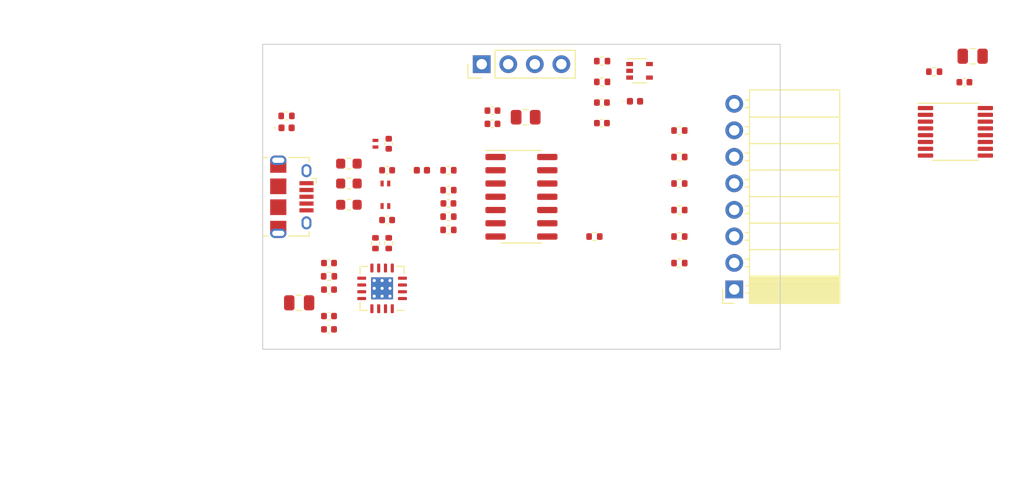
<source format=kicad_pcb>
(kicad_pcb (version 20221018) (generator pcbnew)
  (layers (0 "F.Cu" signal) (31 "B.Cu" signal) (34 "B.Paste" user) (35 "F.Paste" user) (36 "B.SilkS" user "B.Silkscreen") (37 "F.SilkS" user "F.Silkscreen") (38 "B.Mask" user) (39 "F.Mask" user) (44 "Edge.Cuts" user))
  (net 0 "")
  (net 1 "Net-(U301-VDD)")
  (net 2 "GND")
  (net 3 "/BLOCK DIAGRAM/MCU/PIC_~{MCLR}")
  (net 4 "/BLOCK DIAGRAM/LDO +3V0DC/+3VDC")
  (net 5 "/BLOCK DIAGRAM/FT230X_DRIVER/FT230X_3V3OUT")
  (net 6 "/BLOCK DIAGRAM/LDO +3V0DC/+5VDC")
  (net 7 "/BLOCK DIAGRAM/FT230X_DRIVER/FT230X_RESET#")
  (net 8 "/BLOCK DIAGRAM/FT230X_DRIVER/USBDP")
  (net 9 "/BLOCK DIAGRAM/FT230X_DRIVER/USBDM")
  (net 10 "Net-(J601-VBUS)")
  (net 11 "/BLOCK DIAGRAM/USB/D+")
  (net 12 "/BLOCK DIAGRAM/USB/D-")
  (net 13 "/BLOCK DIAGRAM/MCU/PIC_ICSPDAT")
  (net 14 "/BLOCK DIAGRAM/MCU/PIC_ICSPCLK")
  (net 15 "/BLOCK DIAGRAM/OUTPUT/SPI_CS")
  (net 16 "/BLOCK DIAGRAM/OUTPUT/SPI_MISO")
  (net 17 "/BLOCK DIAGRAM/OUTPUT/SPI_MOSI")
  (net 18 "/BLOCK DIAGRAM/OUTPUT/SPI_SCK")
  (net 19 "/BLOCK DIAGRAM/OUTPUT/EEPROM_~{WP}")
  (net 20 "/BLOCK DIAGRAM/OUTPUT/MCU_~{MCLR}")
  (net 22 "Earth")
  (net 23 "Net-(LED301-Pad2)")
  (net 24 "Net-(LED601-Pad2)")
  (net 25 "Net-(LED701-Pad2)")
  (net 26 "/BLOCK DIAGRAM/MCU/IND_LED")
  (net 27 "/BLOCK DIAGRAM/MCU/SPI_MISO")
  (net 28 "Net-(U301-RC1)")
  (net 29 "Net-(U401-Y1)")
  (net 30 "/BLOCK DIAGRAM/OUTPUT/SN74HCS365_A3")
  (net 31 "Net-(U401-Y2)")
  (net 32 "Net-(U401-Y4)")
  (net 33 "Net-(U401-Y5)")
  (net 34 "Net-(U401-Y6)")
  (net 35 "/BLOCK DIAGRAM/FT230X_DRIVER/FT230X_USBDM")
  (net 36 "/BLOCK DIAGRAM/FT230X_DRIVER/FT230X_USBDP")
  (net 37 "Net-(U501-TXD)")
  (net 38 "/BLOCK DIAGRAM/FT230X_DRIVER/UART_TX")
  (net 39 "Net-(U501-RXD)")
  (net 40 "/BLOCK DIAGRAM/FT230X_DRIVER/UART_RX")
  (net 41 "/BLOCK DIAGRAM/LDO +3V0DC/MIC5365_PIN_EN")
  (net 42 "/BLOCK DIAGRAM/MCU/SPI_CS")
  (net 43 "/BLOCK DIAGRAM/MCU/SPI_MOSI")
  (net 44 "/BLOCK DIAGRAM/MCU/SPI_CLK")
  (net 45 "/BLOCK DIAGRAM/MCU/MCU_~{RESET}")
  (footprint "Capacitor_SMD:C_0402_1005Metric" (layer "F.Cu") (at 100.81 135.89)
    (fp_text reference "C507" hide)
    (fp_text value "47pF_50V")
    (fp_line (start -0.107836 -0.36) (end 0.107836 -0.36) (stroke (width 0.12)) (layer "F.SilkS"))
    (fp_line (start -0.107836 0.36) (end 0.107836 0.36) (stroke (width 0.12)) (layer "F.SilkS"))
    (pad "1" smd roundrect (at -0.48 0) (size 0.56 0.62) (layers "F.Cu" "F.Paste" "F.Mask") (net 9 "/BLOCK DIAGRAM/FT230X_DRIVER/USBDM"))
    (pad "2" smd roundrect (at 0.48 0) (size 0.56 0.62) (layers "F.Cu" "F.Paste" "F.Mask") (net 2 "GND"))
  )
  (footprint "Fuse:Fuse_0603_1608Metric" (layer "F.Cu") (at 97.155 135.255)
    (fp_text reference "F601" hide)
    (fp_text value "100mA_15V_0.5R")
    (fp_line (start -0.162779 -0.51) (end 0.162779 -0.51) (stroke (width 0.12)) (layer "F.SilkS"))
    (fp_line (start -0.162779 0.51) (end 0.162779 0.51) (stroke (width 0.12)) (layer "F.SilkS"))
    (pad "1" smd roundrect (at -0.7875 0) (size 0.875 0.95) (layers "F.Cu" "F.Paste" "F.Mask") (net 10 "Net-(J601-VBUS)"))
    (pad "2" smd roundrect (at 0.7875 0) (size 0.875 0.95) (layers "F.Cu" "F.Paste" "F.Mask") (net 6 "/BLOCK DIAGRAM/LDO +3V0DC/+5VDC"))
  )
  (footprint "Capacitor_SMD:C_0402_1005Metric" (layer "F.Cu") (at 121.368 129.405)
    (fp_text reference "C701" hide)
    (fp_text value "1uF_10V_X7R")
    (fp_line (start -0.107836 -0.36) (end 0.107836 -0.36) (stroke (width 0.12)) (layer "F.SilkS"))
    (fp_line (start -0.107836 0.36) (end 0.107836 0.36) (stroke (width 0.12)) (layer "F.SilkS"))
    (pad "1" smd roundrect (at -0.48 0) (size 0.56 0.62) (layers "F.Cu" "F.Paste" "F.Mask") (net 6 "/BLOCK DIAGRAM/LDO +3V0DC/+5VDC"))
    (pad "2" smd roundrect (at 0.48 0) (size 0.56 0.62) (layers "F.Cu" "F.Paste" "F.Mask") (net 2 "GND"))
  )
  (footprint "Package_SO:TSSOP-16_4.4x5mm_P0.65mm" (layer "F.Cu") (at 155.194 132.207)
    (fp_text reference "U401" hide)
    (fp_text value "SN74HCS365PWR")
    (fp_line (start 0 -2.735) (end -3.6 -2.735) (stroke (width 0.12)) (layer "F.SilkS"))
    (fp_line (start 0 -2.735) (end 2.2 -2.735) (stroke (width 0.12)) (layer "F.SilkS"))
    (fp_line (start 0 2.735) (end -2.2 2.735) (stroke (width 0.12)) (layer "F.SilkS"))
    (fp_line (start 0 2.735) (end 2.2 2.735) (stroke (width 0.12)) (layer "F.SilkS"))
    (pad "1" smd roundrect (at -2.8625 -2.275) (size 1.475 0.4) (layers "F.Cu" "F.Paste" "F.Mask") (net 13 "/BLOCK DIAGRAM/MCU/PIC_ICSPDAT"))
    (pad "2" smd roundrect (at -2.8625 -1.625) (size 1.475 0.4) (layers "F.Cu" "F.Paste" "F.Mask") (net 42 "/BLOCK DIAGRAM/MCU/SPI_CS"))
    (pad "3" smd roundrect (at -2.8625 -0.975) (size 1.475 0.4) (layers "F.Cu" "F.Paste" "F.Mask") (net 29 "Net-(U401-Y1)"))
    (pad "4" smd roundrect (at -2.8625 -0.325) (size 1.475 0.4) (layers "F.Cu" "F.Paste" "F.Mask") (net 43 "/BLOCK DIAGRAM/MCU/SPI_MOSI"))
    (pad "5" smd roundrect (at -2.8625 0.325) (size 1.475 0.4) (layers "F.Cu" "F.Paste" "F.Mask") (net 31 "Net-(U401-Y2)"))
    (pad "6" smd roundrect (at -2.8625 0.975) (size 1.475 0.4) (layers "F.Cu" "F.Paste" "F.Mask") (net 30 "/BLOCK DIAGRAM/OUTPUT/SN74HCS365_A3"))
    (pad "7" smd roundrect (at -2.8625 1.625) (size 1.475 0.4) (layers "F.Cu" "F.Paste" "F.Mask") (net 27 "/BLOCK DIAGRAM/MCU/SPI_MISO"))
    (pad "8" smd roundrect (at -2.8625 2.275) (size 1.475 0.4) (layers "F.Cu" "F.Paste" "F.Mask") (net 2 "GND"))
    (pad "9" smd roundrect (at 2.8625 2.275) (size 1.475 0.4) (layers "F.Cu" "F.Paste" "F.Mask") (net 32 "Net-(U401-Y4)"))
    (pad "10" smd roundrect (at 2.8625 1.625) (size 1.475 0.4) (layers "F.Cu" "F.Paste" "F.Mask") (net 44 "/BLOCK DIAGRAM/MCU/SPI_CLK"))
    (pad "11" smd roundrect (at 2.8625 0.975) (size 1.475 0.4) (layers "F.Cu" "F.Paste" "F.Mask") (net 33 "Net-(U401-Y5)"))
    (pad "12" smd roundrect (at 2.8625 0.325) (size 1.475 0.4) (layers "F.Cu" "F.Paste" "F.Mask") (net 14 "/BLOCK DIAGRAM/MCU/PIC_ICSPCLK"))
    (pad "13" smd roundrect (at 2.8625 -0.325) (size 1.475 0.4) (layers "F.Cu" "F.Paste" "F.Mask") (net 34 "Net-(U401-Y6)"))
    (pad "14" smd roundrect (at 2.8625 -0.975) (size 1.475 0.4) (layers "F.Cu" "F.Paste" "F.Mask") (net 45 "/BLOCK DIAGRAM/MCU/MCU_~{RESET}"))
    (pad "15" smd roundrect (at 2.8625 -1.625) (size 1.475 0.4) (layers "F.Cu" "F.Paste" "F.Mask") (net 13 "/BLOCK DIAGRAM/MCU/PIC_ICSPDAT"))
    (pad "16" smd roundrect (at 2.8625 -2.275) (size 1.475 0.4) (layers "F.Cu" "F.Paste" "F.Mask") (net 4 "/BLOCK DIAGRAM/LDO +3V0DC/+3VDC"))
  )
  (footprint "Package_DFN_QFN:QFN-16-1EP_4x4mm_P0.65mm_EP2.1x2.1mm_ThermalVias" (layer "F.Cu") (at 100.33 147.205 180)
    (fp_text reference "U501" hide)
    (fp_text value "FT230XQ-R")
    (fp_line (start -2.11 2.11) (end -2.11 1.385) (stroke (width 0.12)) (layer "F.SilkS"))
    (fp_line (start -1.385 -2.11) (end -2.11 -2.11) (stroke (width 0.12)) (layer "F.SilkS"))
    (fp_line (start -1.385 2.11) (end -2.11 2.11) (stroke (width 0.12)) (layer "F.SilkS"))
    (fp_line (start 1.385 -2.11) (end 2.11 -2.11) (stroke (width 0.12)) (layer "F.SilkS"))
    (fp_line (start 1.385 2.11) (end 2.11 2.11) (stroke (width 0.12)) (layer "F.SilkS"))
    (fp_line (start 2.11 -2.11) (end 2.11 -1.385) (stroke (width 0.12)) (layer "F.SilkS"))
    (fp_line (start 2.11 2.11) (end 2.11 1.385) (stroke (width 0.12)) (layer "F.SilkS"))
    (pad "1" smd roundrect (at -1.95 -0.975 180) (size 0.85 0.3) (layers "F.Cu" "F.Paste" "F.Mask") (net 5 "/BLOCK DIAGRAM/FT230X_DRIVER/FT230X_3V3OUT"))
    (pad "2" smd roundrect (at -1.95 -0.325 180) (size 0.85 0.3) (layers "F.Cu" "F.Paste" "F.Mask") (net 39 "Net-(U501-RXD)"))
    (pad "3" smd roundrect (at -1.95 0.325 180) (size 0.85 0.3) (layers "F.Cu" "F.Paste" "F.Mask") (net 2 "GND"))
    (pad "4" smd roundrect (at -1.95 0.975 180) (size 0.85 0.3) (layers "F.Cu" "F.Paste" "F.Mask"))
    (pad "5" smd roundrect (at -0.975 1.95 180) (size 0.3 0.85) (layers "F.Cu" "F.Paste" "F.Mask"))
    (pad "6" smd roundrect (at -0.325 1.95 180) (size 0.3 0.85) (layers "F.Cu" "F.Paste" "F.Mask") (net 36 "/BLOCK DIAGRAM/FT230X_DRIVER/FT230X_USBDP"))
    (pad "7" smd roundrect (at 0.325 1.95 180) (size 0.3 0.85) (layers "F.Cu" "F.Paste" "F.Mask") (net 35 "/BLOCK DIAGRAM/FT230X_DRIVER/FT230X_USBDM"))
    (pad "8" smd roundrect (at 0.975 1.95 180) (size 0.3 0.85) (layers "F.Cu" "F.Paste" "F.Mask") (net 5 "/BLOCK DIAGRAM/FT230X_DRIVER/FT230X_3V3OUT"))
    (pad "9" smd roundrect (at 1.95 0.975 180) (size 0.85 0.3) (layers "F.Cu" "F.Paste" "F.Mask") (net 7 "/BLOCK DIAGRAM/FT230X_DRIVER/FT230X_RESET#"))
    (pad "10" smd roundrect (at 1.95 0.325 180) (size 0.85 0.3) (layers "F.Cu" "F.Paste" "F.Mask") (net 6 "/BLOCK DIAGRAM/LDO +3V0DC/+5VDC"))
    (pad "11" smd roundrect (at 1.95 -0.325 180) (size 0.85 0.3) (layers "F.Cu" "F.Paste" "F.Mask"))
    (pad "12" smd roundrect (at 1.95 -0.975 180) (size 0.85 0.3) (layers "F.Cu" "F.Paste" "F.Mask"))
    (pad "13" smd roundrect (at 0.975 -1.95 180) (size 0.3 0.85) (layers "F.Cu" "F.Paste" "F.Mask") (net 2 "GND"))
    (pad "14" smd roundrect (at 0.325 -1.95 180) (size 0.3 0.85) (layers "F.Cu" "F.Paste" "F.Mask"))
    (pad "15" smd roundrect (at -0.325 -1.95 180) (size 0.3 0.85) (layers "F.Cu" "F.Paste" "F.Mask") (net 37 "Net-(U501-TXD)"))
    (pad "16" smd roundrect (at -0.975 -1.95 180) (size 0.3 0.85) (layers "F.Cu" "F.Paste" "F.Mask"))
    (pad "17" thru_hole circle (at -0.75 -0.75 180) (size 0.6 0.6) (drill 0.3) (layers "*.Cu") (net 2 "GND"))
    (pad "17" thru_hole circle (at -0.75 0 180) (size 0.6 0.6) (drill 0.3) (layers "*.Cu") (net 2 "GND"))
    (pad "17" thru_hole circle (at -0.75 0.75 180) (size 0.6 0.6) (drill 0.3) (layers "*.Cu") (net 2 "GND"))
    (pad "17" thru_hole circle (at 0 -0.75 180) (size 0.6 0.6) (drill 0.3) (layers "*.Cu") (net 2 "GND"))
    (pad "17" thru_hole circle (at 0 0 180) (size 0.6 0.6) (drill 0.3) (layers "*.Cu") (net 2 "GND"))
    (pad "17" smd rect (at 0 0 180) (size 2.1 2.1) (layers "F.Cu" "F.Mask") (net 2 "GND"))
    (pad "17" smd rect (at 0 0 180) (size 2.1 2.1) (layers "B.Cu") (net 2 "GND"))
    (pad "17" thru_hole circle (at 0 0.75 180) (size 0.6 0.6) (drill 0.3) (layers "*.Cu") (net 2 "GND"))
    (pad "17" thru_hole circle (at 0.75 -0.75 180) (size 0.6 0.6) (drill 0.3) (layers "*.Cu") (net 2 "GND"))
    (pad "17" thru_hole circle (at 0.75 0 180) (size 0.6 0.6) (drill 0.3) (layers "*.Cu") (net 2 "GND"))
    (pad "17" thru_hole circle (at 0.75 0.75 180) (size 0.6 0.6) (drill 0.3) (layers "*.Cu") (net 2 "GND"))
  )
  (footprint "Capacitor_SMD:C_0402_1005Metric" (layer "F.Cu") (at 110.8945 130.175 180)
    (fp_text reference "C302" hide)
    (fp_text value "1uF_10V_X7R")
    (fp_line (start -0.107836 -0.36) (end 0.107836 -0.36) (stroke (width 0.12)) (layer "F.SilkS"))
    (fp_line (start -0.107836 0.36) (end 0.107836 0.36) (stroke (width 0.12)) (layer "F.SilkS"))
    (pad "1" smd roundrect (at -0.48 0 180) (size 0.56 0.62) (layers "F.Cu" "F.Paste" "F.Mask") (net 1 "Net-(U301-VDD)"))
    (pad "2" smd roundrect (at 0.48 0 180) (size 0.56 0.62) (layers "F.Cu" "F.Paste" "F.Mask") (net 2 "GND"))
  )
  (footprint "Resistor_SMD:R_0402_1005Metric" (layer "F.Cu") (at 99.695 142.875 -90)
    (fp_text reference "R502" hide)
    (fp_text value "27R_1/16W_1%")
    (fp_line (start -0.153641 -0.38) (end 0.153641 -0.38) (stroke (width 0.12)) (layer "F.SilkS"))
    (fp_line (start -0.153641 0.38) (end 0.153641 0.38) (stroke (width 0.12)) (layer "F.SilkS"))
    (pad "1" smd roundrect (at -0.51 0 270) (size 0.54 0.64) (layers "F.Cu" "F.Paste" "F.Mask") (net 9 "/BLOCK DIAGRAM/FT230X_DRIVER/USBDM"))
    (pad "2" smd roundrect (at 0.51 0 270) (size 0.54 0.64) (layers "F.Cu" "F.Paste" "F.Mask") (net 35 "/BLOCK DIAGRAM/FT230X_DRIVER/FT230X_USBDM"))
  )
  (footprint "Resistor_SMD:R_0402_1005Metric" (layer "F.Cu") (at 106.68 141.605)
    (fp_text reference "R505" hide)
    (fp_text value "27R_1/16W_1%")
    (fp_line (start -0.153641 -0.38) (end 0.153641 -0.38) (stroke (width 0.12)) (layer "F.SilkS"))
    (fp_line (start -0.153641 0.38) (end 0.153641 0.38) (stroke (width 0.12)) (layer "F.SilkS"))
    (pad "1" smd roundrect (at -0.51 0) (size 0.54 0.64) (layers "F.Cu" "F.Paste" "F.Mask") (net 39 "Net-(U501-RXD)"))
    (pad "2" smd roundrect (at 0.51 0) (size 0.54 0.64) (layers "F.Cu" "F.Paste" "F.Mask") (net 40 "/BLOCK DIAGRAM/FT230X_DRIVER/UART_RX"))
  )
  (footprint "Capacitor_SMD:C_0805_2012Metric" (layer "F.Cu") (at 92.395 148.59 180)
    (fp_text reference "C503" hide)
    (fp_text value "4u7F_16V")
    (fp_line (start -0.261252 -0.735) (end 0.261252 -0.735) (stroke (width 0.12)) (layer "F.SilkS"))
    (fp_line (start -0.261252 0.735) (end 0.261252 0.735) (stroke (width 0.12)) (layer "F.SilkS"))
    (pad "1" smd roundrect (at -0.95 0 180) (size 1 1.45) (layers "F.Cu" "F.Paste" "F.Mask") (net 6 "/BLOCK DIAGRAM/LDO +3V0DC/+5VDC"))
    (pad "2" smd roundrect (at 0.95 0 180) (size 1 1.45) (layers "F.Cu" "F.Paste" "F.Mask") (net 2 "GND"))
  )
  (footprint "Resistor_SMD:R_0402_1005Metric" (layer "F.Cu") (at 106.68 137.795)
    (fp_text reference "R301" hide)
    (fp_text value "10kR_1/16W_1%")
    (fp_line (start -0.153641 -0.38) (end 0.153641 -0.38) (stroke (width 0.12)) (layer "F.SilkS"))
    (fp_line (start -0.153641 0.38) (end 0.153641 0.38) (stroke (width 0.12)) (layer "F.SilkS"))
    (pad "1" smd roundrect (at -0.51 0) (size 0.54 0.64) (layers "F.Cu" "F.Paste" "F.Mask") (net 6 "/BLOCK DIAGRAM/LDO +3V0DC/+5VDC"))
    (pad "2" smd roundrect (at 0.51 0) (size 0.54 0.64) (layers "F.Cu" "F.Paste" "F.Mask") (net 3 "/BLOCK DIAGRAM/MCU/PIC_~{MCLR}"))
  )
  (footprint "Resistor_SMD:R_0805_2012Metric" (layer "F.Cu") (at 114.0695 130.81 180)
    (fp_text reference "R302" hide)
    (fp_text value "1R_1/4W_1%")
    (fp_line (start -0.227064 -0.735) (end 0.227064 -0.735) (stroke (width 0.12)) (layer "F.SilkS"))
    (fp_line (start -0.227064 0.735) (end 0.227064 0.735) (stroke (width 0.12)) (layer "F.SilkS"))
    (pad "1" smd roundrect (at -0.9125 0 180) (size 1.025 1.4) (layers "F.Cu" "F.Paste" "F.Mask") (roundrect_rratio 0.243902) (net 6 "/BLOCK DIAGRAM/LDO +3V0DC/+5VDC"))
    (pad "2" smd roundrect (at 0.9125 0 180) (size 1.025 1.4) (layers "F.Cu" "F.Paste" "F.Mask") (roundrect_rratio 0.243902) (net 1 "Net-(U301-VDD)"))
  )
  (footprint "Resistor_SMD:R_0402_1005Metric" (layer "F.Cu") (at 91.186 130.683)
    (fp_text reference "R601" hide)
    (fp_text value "470R_1/16W_1%")
    (fp_line (start -0.153641 -0.38) (end 0.153641 -0.38) (stroke (width 0.12)) (layer "F.SilkS"))
    (fp_line (start -0.153641 0.38) (end 0.153641 0.38) (stroke (width 0.12)) (layer "F.SilkS"))
    (pad "1" smd roundrect (at -0.51 0) (size 0.54 0.64) (layers "F.Cu" "F.Paste" "F.Mask") (net 6 "/BLOCK DIAGRAM/LDO +3V0DC/+5VDC"))
    (pad "2" smd roundrect (at 0.51 0) (size 0.54 0.64) (layers "F.Cu" "F.Paste" "F.Mask") (net 24 "Net-(LED601-Pad2)"))
  )
  (footprint "Connector_PinHeader_2.54mm:PinHeader_1x04_P2.54mm_Vertical" (layer "F.Cu") (at 109.865 125.73 90)
    (fp_text reference "J301" hide)
    (fp_text value "HDR_4POS_VERT")
    (fp_line (start -1.33 -1.33) (end 0 -1.33) (stroke (width 0.12)) (layer "F.SilkS"))
    (fp_line (start -1.33 0) (end -1.33 -1.33) (stroke (width 0.12)) (layer "F.SilkS"))
    (fp_line (start -1.33 1.27) (end -1.33 8.95) (stroke (width 0.12)) (layer "F.SilkS"))
    (fp_line (start -1.33 1.27) (end 1.33 1.27) (stroke (width 0.12)) (layer "F.SilkS"))
    (fp_line (start -1.33 8.95) (end 1.33 8.95) (stroke (width 0.12)) (layer "F.SilkS"))
    (fp_line (start 1.33 1.27) (end 1.33 8.95) (stroke (width 0.12)) (layer "F.SilkS"))
    (pad "1" thru_hole rect (at 0 0 90) (size 1.7 1.7) (drill 1) (layers "*.Cu" "*.Mask") (net 3 "/BLOCK DIAGRAM/MCU/PIC_~{MCLR}"))
    (pad "2" thru_hole oval (at 0 2.54 90) (size 1.7 1.7) (drill 1) (layers "*.Cu" "*.Mask") (net 2 "GND"))
    (pad "3" thru_hole oval (at 0 5.08 90) (size 1.7 1.7) (drill 1) (layers "*.Cu" "*.Mask") (net 13 "/BLOCK DIAGRAM/MCU/PIC_ICSPDAT"))
    (pad "4" thru_hole oval (at 0 7.62 90) (size 1.7 1.7) (drill 1) (layers "*.Cu" "*.Mask") (net 14 "/BLOCK DIAGRAM/MCU/PIC_ICSPCLK"))
  )
  (footprint "Capacitor_SMD:C_0402_1005Metric" (layer "F.Cu") (at 100.965 133.35 90)
    (fp_text reference "C601" hide)
    (fp_text value "100nF_50V")
    (fp_line (start -0.107836 -0.36) (end 0.107836 -0.36) (stroke (width 0.12)) (layer "F.SilkS"))
    (fp_line (start -0.107836 0.36) (end 0.107836 0.36) (stroke (width 0.12)) (layer "F.SilkS"))
    (pad "1" smd roundrect (at -0.48 0 90) (size 0.56 0.62) (layers "F.Cu" "F.Paste" "F.Mask") (net 6 "/BLOCK DIAGRAM/LDO +3V0DC/+5VDC"))
    (pad "2" smd roundrect (at 0.48 0 90) (size 0.56 0.62) (layers "F.Cu" "F.Paste" "F.Mask") (net 2 "GND"))
  )
  (footprint "LED_SMD:LED_0402_1005Metric" (layer "F.Cu") (at 91.186 131.826)
    (fp_text reference "LED601" hide)
    (fp_text value "RED_2V")
    (fp_circle (center -1.09 0) (end -1.04 0) (stroke (width 0.1)) (fill none) (layer "F.SilkS"))
    (pad "1" smd roundrect (at -0.485 0) (size 0.59 0.64) (layers "F.Cu" "F.Paste" "F.Mask") (net 2 "GND"))
    (pad "2" smd roundrect (at 0.485 0) (size 0.59 0.64) (layers "F.Cu" "F.Paste" "F.Mask") (net 24 "Net-(LED601-Pad2)"))
  )
  (footprint "Capacitor_SMD:C_0402_1005Metric" (layer "F.Cu") (at 95.25 147.32 180)
    (fp_text reference "C505" hide)
    (fp_text value "100nF_50V")
    (fp_line (start -0.107836 -0.36) (end 0.107836 -0.36) (stroke (width 0.12)) (layer "F.SilkS"))
    (fp_line (start -0.107836 0.36) (end 0.107836 0.36) (stroke (width 0.12)) (layer "F.SilkS"))
    (pad "1" smd roundrect (at -0.48 0 180) (size 0.56 0.62) (layers "F.Cu" "F.Paste" "F.Mask") (net 7 "/BLOCK DIAGRAM/FT230X_DRIVER/FT230X_RESET#"))
    (pad "2" smd roundrect (at 0.48 0 180) (size 0.56 0.62) (layers "F.Cu" "F.Paste" "F.Mask") (net 2 "GND"))
  )
  (footprint "Resistor_SMD:R_0402_1005Metric" (layer "F.Cu") (at 121.388 125.435)
    (fp_text reference "R701" hide)
    (fp_text value "10kR_1/16W_1%")
    (fp_line (start -0.153641 -0.38) (end 0.153641 -0.38) (stroke (width 0.12)) (layer "F.SilkS"))
    (fp_line (start -0.153641 0.38) (end 0.153641 0.38) (stroke (width 0.12)) (layer "F.SilkS"))
    (pad "1" smd roundrect (at -0.51 0) (size 0.54 0.64) (layers "F.Cu" "F.Paste" "F.Mask") (net 41 "/BLOCK DIAGRAM/LDO +3V0DC/MIC5365_PIN_EN"))
    (pad "2" smd roundrect (at 0.51 0) (size 0.54 0.64) (layers "F.Cu" "F.Paste" "F.Mask") (net 2 "GND"))
  )
  (footprint "Resistor_SMD:R_0402_1005Metric" (layer "F.Cu") (at 128.778 142.24)
    (fp_text reference "R403" hide)
    (fp_text value "27R_1/16W_1%")
    (fp_line (start -0.153641 -0.38) (end 0.153641 -0.38) (stroke (width 0.12)) (layer "F.SilkS"))
    (fp_line (start -0.153641 0.38) (end 0.153641 0.38) (stroke (width 0.12)) (layer "F.SilkS"))
    (pad "1" smd roundrect (at -0.51 0) (size 0.54 0.64) (layers "F.Cu" "F.Paste" "F.Mask") (net 30 "/BLOCK DIAGRAM/OUTPUT/SN74HCS365_A3"))
    (pad "2" smd roundrect (at 0.51 0) (size 0.54 0.64) (layers "F.Cu" "F.Paste" "F.Mask") (net 16 "/BLOCK DIAGRAM/OUTPUT/SPI_MISO"))
  )
  (footprint "Resistor_SMD:R_0402_1005Metric" (layer "F.Cu") (at 128.778 139.7)
    (fp_text reference "R404" hide)
    (fp_text value "27R_1/16W_1%")
    (fp_line (start -0.153641 -0.38) (end 0.153641 -0.38) (stroke (width 0.12)) (layer "F.SilkS"))
    (fp_line (start -0.153641 0.38) (end 0.153641 0.38) (stroke (width 0.12)) (layer "F.SilkS"))
    (pad "1" smd roundrect (at -0.51 0) (size 0.54 0.64) (layers "F.Cu" "F.Paste" "F.Mask") (net 31 "Net-(U401-Y2)"))
    (pad "2" smd roundrect (at 0.51 0) (size 0.54 0.64) (layers "F.Cu" "F.Paste" "F.Mask") (net 17 "/BLOCK DIAGRAM/OUTPUT/SPI_MOSI"))
  )
  (footprint "Capacitor_SMD:C_0402_1005Metric" (layer "F.Cu") (at 100.81 140.66)
    (fp_text reference "C506" hide)
    (fp_text value "47pF_50V")
    (fp_line (start -0.107836 -0.36) (end 0.107836 -0.36) (stroke (width 0.12)) (layer "F.SilkS"))
    (fp_line (start -0.107836 0.36) (end 0.107836 0.36) (stroke (width 0.12)) (layer "F.SilkS"))
    (pad "1" smd roundrect (at -0.48 0) (size 0.56 0.62) (layers "F.Cu" "F.Paste" "F.Mask") (net 8 "/BLOCK DIAGRAM/FT230X_DRIVER/USBDP"))
    (pad "2" smd roundrect (at 0.48 0) (size 0.56 0.62) (layers "F.Cu" "F.Paste" "F.Mask") (net 2 "GND"))
  )
  (footprint "Resistor_SMD:R_0402_1005Metric" (layer "F.Cu") (at 100.965 142.875 -90)
    (fp_text reference "R503" hide)
    (fp_text value "27R_1/16W_1%")
    (fp_line (start -0.153641 -0.38) (end 0.153641 -0.38) (stroke (width 0.12)) (layer "F.SilkS"))
    (fp_line (start -0.153641 0.38) (end 0.153641 0.38) (stroke (width 0.12)) (layer "F.SilkS"))
    (pad "1" smd roundrect (at -0.51 0 270) (size 0.54 0.64) (layers "F.Cu" "F.Paste" "F.Mask") (net 8 "/BLOCK DIAGRAM/FT230X_DRIVER/USBDP"))
    (pad "2" smd roundrect (at 0.51 0 270) (size 0.54 0.64) (layers "F.Cu" "F.Paste" "F.Mask") (net 36 "/BLOCK DIAGRAM/FT230X_DRIVER/FT230X_USBDP"))
  )
  (footprint "Resistor_SMD:R_0402_1005Metric" (layer "F.Cu") (at 128.778 132.08)
    (fp_text reference "R407" hide)
    (fp_text value "27R_1/16W_1%")
    (fp_line (start -0.153641 -0.38) (end 0.153641 -0.38) (stroke (width 0.12)) (layer "F.SilkS"))
    (fp_line (start -0.153641 0.38) (end 0.153641 0.38) (stroke (width 0.12)) (layer "F.SilkS"))
    (pad "1" smd roundrect (at -0.51 0) (size 0.54 0.64) (layers "F.Cu" "F.Paste" "F.Mask") (net 34 "Net-(U401-Y6)"))
    (pad "2" smd roundrect (at 0.51 0) (size 0.54 0.64) (layers "F.Cu" "F.Paste" "F.Mask") (net 20 "/BLOCK DIAGRAM/OUTPUT/MCU_~{MCLR}"))
  )
  (footprint "Capacitor_SMD:C_0402_1005Metric" (layer "F.Cu") (at 106.68 139.065 180)
    (fp_text reference "C303" hide)
    (fp_text value "100nF_50V")
    (fp_line (start -0.107836 -0.36) (end 0.107836 -0.36) (stroke (width 0.12)) (layer "F.SilkS"))
    (fp_line (start -0.107836 0.36) (end 0.107836 0.36) (stroke (width 0.12)) (layer "F.SilkS"))
    (pad "1" smd roundrect (at -0.48 0 180) (size 0.56 0.62) (layers "F.Cu" "F.Paste" "F.Mask") (net 3 "/BLOCK DIAGRAM/MCU/PIC_~{MCLR}"))
    (pad "2" smd roundrect (at 0.48 0 180) (size 0.56 0.62) (layers "F.Cu" "F.Paste" "F.Mask") (net 2 "GND"))
  )
  (footprint "Connector_USB:USB_Micro-B_Amphenol_10118194_Horizontal" (layer "F.Cu") (at 91.694 138.43 -90)
    (fp_text reference "J601" hide)
    (fp_text value "USB_microB_RA")
    (fp_line (start -3.76 -1.66) (end -3.34 -1.66) (stroke (width 0.12)) (layer "F.SilkS"))
    (fp_line (start -3.76 0.32) (end -3.76 -1.66) (stroke (width 0.12)) (layer "F.SilkS"))
    (fp_line (start -3.76 2.69) (end -3.76 2.29) (stroke (width 0.12)) (layer "F.SilkS"))
    (fp_line (start -1.76 -1.89) (end -1.76 -2.34) (stroke (width 0.12)) (layer "F.SilkS"))
    (fp_line (start -1.31 -2.34) (end -1.76 -2.34) (stroke (width 0.12)) (layer "F.SilkS"))
    (fp_line (start 3.76 -1.66) (end 3.34 -1.66) (stroke (width 0.12)) (layer "F.SilkS"))
    (fp_line (start 3.76 0.32) (end 3.76 -1.66) (stroke (width 0.12)) (layer "F.SilkS"))
    (fp_line (start 3.76 2.29) (end 3.76 2.69) (stroke (width 0.12)) (layer "F.SilkS"))
    (pad "1" smd rect (at -1.3 -1.4 270) (size 0.4 1.35) (layers "F.Cu" "F.Paste" "F.Mask") (net 10 "Net-(J601-VBUS)"))
    (pad "2" smd rect (at -0.65 -1.4 270) (size 0.4 1.35) (layers "F.Cu" "F.Paste" "F.Mask") (net 12 "/BLOCK DIAGRAM/USB/D-"))
    (pad "3" smd rect (at 0 -1.4 270) (size 0.4 1.35) (layers "F.Cu" "F.Paste" "F.Mask") (net 11 "/BLOCK DIAGRAM/USB/D+"))
    (pad "4" smd rect (at 0.65 -1.4 270) (size 0.4 1.35) (layers "F.Cu" "F.Paste" "F.Mask"))
    (pad "5" smd rect (at 1.3 -1.4 270) (size 0.4 1.35) (layers "F.Cu" "F.Paste" "F.Mask") (net 2 "GND"))
    (pad "6" thru_hole oval (at -3.5 1.3 270) (size 0.89 1.55) (drill oval 0.5 1.15) (layers "*.Cu" "*.Mask") (net 22 "Earth"))
    (pad "6" smd rect (at -2.9 1.3 270) (size 1.2 1.55) (layers "F.Cu" "F.Paste" "F.Mask") (net 22 "Earth"))
    (pad "6" thru_hole oval (at -2.5 -1.4 270) (size 1.25 0.95) (drill oval 0.85 0.55) (layers "*.Cu" "*.Mask") (net 22 "Earth"))
    (pad "6" smd rect (at -1 1.3 270) (size 1.5 1.55) (layers "F.Cu" "F.Paste" "F.Mask") (net 22 "Earth"))
    (pad "6" smd rect (at 1 1.3 270) (size 1.5 1.55) (layers "F.Cu" "F.Paste" "F.Mask") (net 22 "Earth"))
    (pad "6" thru_hole oval (at 2.5 -1.4 270) (size 1.25 0.95) (drill oval 0.85 0.55) (layers "*.Cu" "*.Mask") (net 22 "Earth"))
    (pad "6" smd rect (at 2.9 1.3 270) (size 1.2 1.55) (layers "F.Cu" "F.Paste" "F.Mask") (net 22 "Earth"))
    (pad "6" thru_hole oval (at 3.5 1.3 270) (size 0.89 1.55) (drill oval 0.5 1.15) (layers "*.Cu" "*.Mask") (net 22 "Earth"))
  )
  (footprint "Resistor_SMD:R_0402_1005Metric" (layer "F.Cu") (at 121.388 127.425)
    (fp_text reference "R702" hide)
    (fp_text value "100R_1/10W_1%")
    (fp_line (start -0.153641 -0.38) (end 0.153641 -0.38) (stroke (width 0.12)) (layer "F.SilkS"))
    (fp_line (start -0.153641 0.38) (end 0.153641 0.38) (stroke (width 0.12)) (layer "F.SilkS"))
    (pad "1" smd roundrect (at -0.51 0) (size 0.54 0.64) (layers "F.Cu" "F.Paste" "F.Mask") (net 4 "/BLOCK DIAGRAM/LDO +3V0DC/+3VDC"))
    (pad "2" smd roundrect (at 0.51 0) (size 0.54 0.64) (layers "F.Cu" "F.Paste" "F.Mask") (net 25 "Net-(LED701-Pad2)"))
  )
  (footprint "Package_TO_SOT_SMD:SOT-353_SC-70-5" (layer "F.Cu") (at 124.968 126.365)
    (fp_text reference "U701" hide)
    (fp_text value "MIC5365-3.0YC5-TR")
    (fp_line (start -0.7 1.16) (end 0.7 1.16) (stroke (width 0.12)) (layer "F.SilkS"))
    (fp_line (start 0.7 -1.16) (end -1.2 -1.16) (stroke (width 0.12)) (layer "F.SilkS"))
    (pad "1" smd rect (at -0.95 -0.65) (size 0.65 0.4) (layers "F.Cu" "F.Paste" "F.Mask") (net 6 "/BLOCK DIAGRAM/LDO +3V0DC/+5VDC"))
    (pad "2" smd rect (at -0.95 0) (size 0.65 0.4) (layers "F.Cu" "F.Paste" "F.Mask") (net 2 "GND"))
    (pad "3" smd rect (at -0.95 0.65) (size 0.65 0.4) (layers "F.Cu" "F.Paste" "F.Mask") (net 41 "/BLOCK DIAGRAM/LDO +3V0DC/MIC5365_PIN_EN"))
    (pad "4" smd rect (at 0.95 0.65) (size 0.65 0.4) (layers "F.Cu" "F.Paste" "F.Mask"))
    (pad "5" smd rect (at 0.95 -0.65) (size 0.65 0.4) (layers "F.Cu" "F.Paste" "F.Mask") (net 4 "/BLOCK DIAGRAM/LDO +3V0DC/+3VDC"))
  )
  (footprint "Package_SO:SO-14_3.9x8.65mm_P1.27mm" (layer "F.Cu") (at 113.665 138.43)
    (fp_text reference "U301" hide)
    (fp_text value "PIC16F15223_8BIT")
    (fp_line (start 0 -4.435) (end -3.45 -4.435) (stroke (width 0.12)) (layer "F.SilkS"))
    (fp_line (start 0 -4.435) (end 1.95 -4.435) (stroke (width 0.12)) (layer "F.SilkS"))
    (fp_line (start 0 4.435) (end -1.95 4.435) (stroke (width 0.12)) (layer "F.SilkS"))
    (fp_line (start 0 4.435) (end 1.95 4.435) (stroke (width 0.12)) (layer "F.SilkS"))
    (pad "1" smd roundrect (at -2.475 -3.81) (size 1.95 0.6) (layers "F.Cu" "F.Paste" "F.Mask") (net 1 "Net-(U301-VDD)"))
    (pad "2" smd roundrect (at -2.475 -2.54) (size 1.95 0.6) (layers "F.Cu" "F.Paste" "F.Mask") (net 26 "/BLOCK DIAGRAM/MCU/IND_LED"))
    (pad "3" smd roundrect (at -2.475 -1.27) (size 1.95 0.6) (layers "F.Cu" "F.Paste" "F.Mask") (net 41 "/BLOCK DIAGRAM/LDO +3V0DC/MIC5365_PIN_EN"))
    (pad "4" smd roundrect (at -2.475 0) (size 1.95 0.6) (layers "F.Cu" "F.Paste" "F.Mask") (net 3 "/BLOCK DIAGRAM/MCU/PIC_~{MCLR}"))
    (pad "5" smd roundrect (at -2.475 1.27) (size 1.95 0.6) (layers "F.Cu" "F.Paste" "F.Mask") (net 38 "/BLOCK DIAGRAM/FT230X_DRIVER/UART_TX"))
    (pad "6" smd roundrect (at -2.475 2.54) (size 1.95 0.6) (layers "F.Cu" "F.Paste" "F.Mask") (net 40 "/BLOCK DIAGRAM/FT230X_DRIVER/UART_RX"))
    (pad "7" smd roundrect (at -2.475 3.81) (size 1.95 0.6) (layers "F.Cu" "F.Paste" "F.Mask") (net 42 "/BLOCK DIAGRAM/MCU/SPI_CS"))
    (pad "8" smd roundrect (at 2.475 3.81) (size 1.95 0.6) (layers "F.Cu" "F.Paste" "F.Mask") (net 43 "/BLOCK DIAGRAM/MCU/SPI_MOSI"))
    (pad "9" smd roundrect (at 2.475 2.54) (size 1.95 0.6) (layers "F.Cu" "F.Paste" "F.Mask") (net 28 "Net-(U301-RC1)"))
    (pad "10" smd roundrect (at 2.475 1.27) (size 1.95 0.6) (layers "F.Cu" "F.Paste" "F.Mask") (net 44 "/BLOCK DIAGRAM/MCU/SPI_CLK"))
    (pad "11" smd roundrect (at 2.475 0) (size 1.95 0.6) (layers "F.Cu" "F.Paste" "F.Mask") (net 45 "/BLOCK DIAGRAM/MCU/MCU_~{RESET}"))
    (pad "12" smd roundrect (at 2.475 -1.27) (size 1.95 0.6) (layers "F.Cu" "F.Paste" "F.Mask") (net 14 "/BLOCK DIAGRAM/MCU/PIC_ICSPCLK"))
    (pad "13" smd roundrect (at 2.475 -2.54) (size 1.95 0.6) (layers "F.Cu" "F.Paste" "F.Mask") (net 13 "/BLOCK DIAGRAM/MCU/PIC_ICSPDAT"))
    (pad "14" smd roundrect (at 2.475 -3.81) (size 1.95 0.6) (layers "F.Cu" "F.Paste" "F.Mask") (net 2 "GND"))
  )
  (footprint "Capacitor_SMD:C_0402_1005Metric" (layer "F.Cu") (at 121.368 131.375)
    (fp_text reference "C702" hide)
    (fp_text value "1uF_10V_X7R")
    (fp_line (start -0.107836 -0.36) (end 0.107836 -0.36) (stroke (width 0.12)) (layer "F.SilkS"))
    (fp_line (start -0.107836 0.36) (end 0.107836 0.36) (stroke (width 0.12)) (layer "F.SilkS"))
    (pad "1" smd roundrect (at -0.48 0) (size 0.56 0.62) (layers "F.Cu" "F.Paste" "F.Mask") (net 4 "/BLOCK DIAGRAM/LDO +3V0DC/+3VDC"))
    (pad "2" smd roundrect (at 0.48 0) (size 0.56 0.62) (layers "F.Cu" "F.Paste" "F.Mask") (net 2 "GND"))
  )
  (footprint "_PCBLIB_EPen:CR_7PCT_L3F_TOS" (layer "F.Cu") (at 100.6475 137.16)
    (fp_text reference "D603" hide)
    (fp_text value "TVS_6.5V_3A")
    (pad "1" smd rect (at -0.3175 0) (size 0.3048 0.5588) (layers "F.Cu" "F.Paste" "F.Mask") (net 9 "/BLOCK DIAGRAM/FT230X_DRIVER/USBDM"))
    (pad "2" smd rect (at 0.3175 0) (size 0.3048 0.5588) (layers "F.Cu" "F.Paste" "F.Mask") (net 2 "GND"))
  )
  (footprint "Capacitor_SMD:C_0402_1005Metric" (layer "F.Cu") (at 156.055 127.458)
    (fp_text reference "C402" hide)
    (fp_text value "10nF_50V")
    (fp_line (start -0.107836 -0.36) (end 0.107836 -0.36) (stroke (width 0.12)) (layer "F.SilkS"))
    (fp_line (start -0.107836 0.36) (end 0.107836 0.36) (stroke (width 0.12)) (layer "F.SilkS"))
    (pad "1" smd roundrect (at -0.48 0) (size 0.56 0.62) (layers "F.Cu" "F.Paste" "F.Mask") (net 4 "/BLOCK DIAGRAM/LDO +3V0DC/+3VDC"))
    (pad "2" smd roundrect (at 0.48 0) (size 0.56 0.62) (layers "F.Cu" "F.Paste" "F.Mask") (net 2 "GND"))
  )
  (footprint "Resistor_SMD:R_0402_1005Metric" (layer "F.Cu") (at 120.65 142.24)
    (fp_text reference "R304" hide)
    (fp_text value "27R_1/16W_1%")
    (fp_line (start -0.153641 -0.38) (end 0.153641 -0.38) (stroke (width 0.12)) (layer "F.SilkS"))
    (fp_line (start -0.153641 0.38) (end 0.153641 0.38) (stroke (width 0.12)) (layer "F.SilkS"))
    (pad "1" smd roundrect (at -0.51 0) (size 0.54 0.64) (layers "F.Cu" "F.Paste" "F.Mask") (net 27 "/BLOCK DIAGRAM/MCU/SPI_MISO"))
    (pad "2" smd roundrect (at 0.51 0) (size 0.54 0.64) (layers "F.Cu" "F.Paste" "F.Mask") (net 28 "Net-(U301-RC1)"))
  )
  (footprint "Resistor_SMD:R_0402_1005Metric" (layer "F.Cu") (at 106.68 135.89 180)
    (fp_text reference "R303" hide)
    (fp_text value "470R_1/16W_1%")
    (fp_line (start -0.153641 -0.38) (end 0.153641 -0.38) (stroke (width 0.12)) (layer "F.SilkS"))
    (fp_line (start -0.153641 0.38) (end 0.153641 0.38) (stroke (width 0.12)) (layer "F.SilkS"))
    (pad "1" smd roundrect (at -0.51 0 180) (size 0.54 0.64) (layers "F.Cu" "F.Paste" "F.Mask") (net 26 "/BLOCK DIAGRAM/MCU/IND_LED"))
    (pad "2" smd roundrect (at 0.51 0 180) (size 0.54 0.64) (layers "F.Cu" "F.Paste" "F.Mask") (net 23 "Net-(LED301-Pad2)"))
  )
  (footprint "LED_SMD:LED_0402_1005Metric" (layer "F.Cu") (at 104.14 135.89)
    (fp_text reference "LED301" hide)
    (fp_text value "GREEN_2.8V")
    (fp_circle (center -1.09 0) (end -1.04 0) (stroke (width 0.1)) (fill none) (layer "F.SilkS"))
    (pad "1" smd roundrect (at -0.485 0) (size 0.59 0.64) (layers "F.Cu" "F.Paste" "F.Mask") (net 2 "GND"))
    (pad "2" smd roundrect (at 0.485 0) (size 0.59 0.64) (layers "F.Cu" "F.Paste" "F.Mask") (net 23 "Net-(LED301-Pad2)"))
  )
  (footprint "Capacitor_SMD:C_0402_1005Metric" (layer "F.Cu") (at 95.25 151.13 180)
    (fp_text reference "C504" hide)
    (fp_text value "10nF_50V")
    (fp_line (start -0.107836 -0.36) (end 0.107836 -0.36) (stroke (width 0.12)) (layer "F.SilkS"))
    (fp_line (start -0.107836 0.36) (end 0.107836 0.36) (stroke (width 0.12)) (layer "F.SilkS"))
    (pad "1" smd roundrect (at -0.48 0 180) (size 0.56 0.62) (layers "F.Cu" "F.Paste" "F.Mask") (net 6 "/BLOCK DIAGRAM/LDO +3V0DC/+5VDC"))
    (pad "2" smd roundrect (at 0.48 0 180) (size 0.56 0.62) (layers "F.Cu" "F.Paste" "F.Mask") (net 2 "GND"))
  )
  (footprint "Resistor_SMD:R_0402_1005Metric" (layer "F.Cu") (at 128.778 134.62)
    (fp_text reference "R406" hide)
    (fp_text value "27R_1/16W_1%")
    (fp_line (start -0.153641 -0.38) (end 0.153641 -0.38) (stroke (width 0.12)) (layer "F.SilkS"))
    (fp_line (start -0.153641 0.38) (end 0.153641 0.38) (stroke (width 0.12)) (layer "F.SilkS"))
    (pad "1" smd roundrect (at -0.51 0) (size 0.54 0.64) (layers "F.Cu" "F.Paste" "F.Mask") (net 33 "Net-(U401-Y5)"))
    (pad "2" smd roundrect (at 0.51 0) (size 0.54 0.64) (layers "F.Cu" "F.Paste" "F.Mask") (net 19 "/BLOCK DIAGRAM/OUTPUT/EEPROM_~{WP}"))
  )
  (footprint "Capacitor_SMD:C_0402_1005Metric" (layer "F.Cu") (at 110.8945 131.445 180)
    (fp_text reference "C301" hide)
    (fp_text value "100nF_50V")
    (fp_line (start -0.107836 -0.36) (end 0.107836 -0.36) (stroke (width 0.12)) (layer "F.SilkS"))
    (fp_line (start -0.107836 0.36) (end 0.107836 0.36) (stroke (width 0.12)) (layer "F.SilkS"))
    (pad "1" smd roundrect (at -0.48 0 180) (size 0.56 0.62) (layers "F.Cu" "F.Paste" "F.Mask") (net 1 "Net-(U301-VDD)"))
    (pad "2" smd roundrect (at 0.48 0 180) (size 0.56 0.62) (layers "F.Cu" "F.Paste" "F.Mask") (net 2 "GND"))
  )
  (footprint "_PCBLIB_EPen:CR_7PCT_L3F_TOS" (layer "F.Cu") (at 100.6475 139.319069)
    (fp_text reference "D602" hide)
    (fp_text value "TVS_6.5V_3A")
    (pad "1" smd rect (at -0.3175 0) (size 0.3048 0.5588) (layers "F.Cu" "F.Paste" "F.Mask") (net 8 "/BLOCK DIAGRAM/FT230X_DRIVER/USBDP"))
    (pad "2" smd rect (at 0.3175 0) (size 0.3048 0.5588) (layers "F.Cu" "F.Paste" "F.Mask") (net 2 "GND"))
  )
  (footprint "Resistor_SMD:R_0402_1005Metric" (layer "F.Cu") (at 128.778 137.16)
    (fp_text reference "R405" hide)
    (fp_text value "27R_1/16W_1%")
    (fp_line (start -0.153641 -0.38) (end 0.153641 -0.38) (stroke (width 0.12)) (layer "F.SilkS"))
    (fp_line (start -0.153641 0.38) (end 0.153641 0.38) (stroke (width 0.12)) (layer "F.SilkS"))
    (pad "1" smd roundrect (at -0.51 0) (size 0.54 0.64) (layers "F.Cu" "F.Paste" "F.Mask") (net 32 "Net-(U401-Y4)"))
    (pad "2" smd roundrect (at 0.51 0) (size 0.54 0.64) (layers "F.Cu" "F.Paste" "F.Mask") (net 18 "/BLOCK DIAGRAM/OUTPUT/SPI_SCK"))
  )
  (footprint "LED_SMD:LED_0402_1005Metric" (layer "F.Cu") (at 124.533 129.285)
    (fp_text reference "LED701" hide)
    (fp_text value "ORANGE_2V")
    (fp_circle (center -1.09 0) (end -1.04 0) (stroke (width 0.1)) (fill none) (layer "F.SilkS"))
    (pad "1" smd roundrect (at -0.485 0) (size 0.59 0.64) (layers "F.Cu" "F.Paste" "F.Mask") (net 2 "GND"))
    (pad "2" smd roundrect (at 0.485 0) (size 0.59 0.64) (layers "F.Cu" "F.Paste" "F.Mask") (net 25 "Net-(LED701-Pad2)"))
  )
  (footprint "_PCBLIB_EPen:CR_7PCT_L3F_TOS" (layer "F.Cu") (at 99.695 133.35 90)
    (fp_text reference "D601" hide)
    (fp_text value "TVS_6.5V_3A")
    (pad "1" smd rect (at -0.3175 0 90) (size 0.3048 0.5588) (layers "F.Cu" "F.Paste" "F.Mask") (net 6 "/BLOCK DIAGRAM/LDO +3V0DC/+5VDC"))
    (pad "2" smd rect (at 0.3175 0 90) (size 0.3048 0.5588) (layers "F.Cu" "F.Paste" "F.Mask") (net 2 "GND"))
  )
  (footprint "Fuse:Fuse_0603_1608Metric" (layer "F.Cu") (at 97.155 137.16)
    (fp_text reference "F603" hide)
    (fp_text value "100mA_15V_0.5R")
    (fp_line (start -0.162779 -0.51) (end 0.162779 -0.51) (stroke (width 0.12)) (layer "F.SilkS"))
    (fp_line (start -0.162779 0.51) (end 0.162779 0.51) (stroke (width 0.12)) (layer "F.SilkS"))
    (pad "1" smd roundrect (at -0.7875 0) (size 0.875 0.95) (layers "F.Cu" "F.Paste" "F.Mask") (net 12 "/BLOCK DIAGRAM/USB/D-"))
    (pad "2" smd roundrect (at 0.7875 0) (size 0.875 0.95) (layers "F.Cu" "F.Paste" "F.Mask") (net 9 "/BLOCK DIAGRAM/FT230X_DRIVER/USBDM"))
  )
  (footprint "Capacitor_SMD:C_0402_1005Metric" (layer "F.Cu") (at 95.25 149.86 180)
    (fp_text reference "C502" hide)
    (fp_text value "100nF_50V")
    (fp_line (start -0.107836 -0.36) (end 0.107836 -0.36) (stroke (width 0.12)) (layer "F.SilkS"))
    (fp_line (start -0.107836 0.36) (end 0.107836 0.36) (stroke (width 0.12)) (layer "F.SilkS"))
    (pad "1" smd roundrect (at -0.48 0 180) (size 0.56 0.62) (layers "F.Cu" "F.Paste" "F.Mask") (net 6 "/BLOCK DIAGRAM/LDO +3V0DC/+5VDC"))
    (pad "2" smd roundrect (at 0.48 0 180) (size 0.56 0.62) (layers "F.Cu" "F.Paste" "F.Mask") (net 2 "GND"))
  )
  (footprint "Capacitor_SMD:C_0402_1005Metric" (layer "F.Cu") (at 95.25 144.78 180)
    (fp_text reference "C501" hide)
    (fp_text value "100nF_50V")
    (fp_line (start -0.107836 -0.36) (end 0.107836 -0.36) (stroke (width 0.12)) (layer "F.SilkS"))
    (fp_line (start -0.107836 0.36) (end 0.107836 0.36) (stroke (width 0.12)) (layer "F.SilkS"))
    (pad "1" smd roundrect (at -0.48 0 180) (size 0.56 0.62) (layers "F.Cu" "F.Paste" "F.Mask") (net 5 "/BLOCK DIAGRAM/FT230X_DRIVER/FT230X_3V3OUT"))
    (pad "2" smd roundrect (at 0.48 0 180) (size 0.56 0.62) (layers "F.Cu" "F.Paste" "F.Mask") (net 2 "GND"))
  )
  (footprint "Resistor_SMD:R_0402_1005Metric" (layer "F.Cu") (at 106.68 140.335)
    (fp_text reference "R504" hide)
    (fp_text value "27R_1/16W_1%")
    (fp_line (start -0.153641 -0.38) (end 0.153641 -0.38) (stroke (width 0.12)) (layer "F.SilkS"))
    (fp_line (start -0.153641 0.38) (end 0.153641 0.38) (stroke (width 0.12)) (layer "F.SilkS"))
    (pad "1" smd roundrect (at -0.51 0) (size 0.54 0.64) (layers "F.Cu" "F.Paste" "F.Mask") (net 37 "Net-(U501-TXD)"))
    (pad "2" smd roundrect (at 0.51 0) (size 0.54 0.64) (layers "F.Cu" "F.Paste" "F.Mask") (net 38 "/BLOCK DIAGRAM/FT230X_DRIVER/UART_TX"))
  )
  (footprint "Resistor_SMD:R_0402_1005Metric" (layer "F.Cu") (at 153.165 126.448)
    (fp_text reference "R402" hide)
    (fp_text value "10kR_1/16W_1%")
    (fp_line (start -0.153641 -0.38) (end 0.153641 -0.38) (stroke (width 0.12)) (layer "F.SilkS"))
    (fp_line (start -0.153641 0.38) (end 0.153641 0.38) (stroke (width 0.12)) (layer "F.SilkS"))
    (pad "1" smd roundrect (at -0.51 0) (size 0.54 0.64) (layers "F.Cu" "F.Paste" "F.Mask") (net 4 "/BLOCK DIAGRAM/LDO +3V0DC/+3VDC"))
    (pad "2" smd roundrect (at 0.51 0) (size 0.54 0.64) (layers "F.Cu" "F.Paste" "F.Mask") (net 13 "/BLOCK DIAGRAM/MCU/PIC_ICSPDAT"))
  )
  (footprint "Connector_PinSocket_2.54mm:PinSocket_1x08_P2.54mm_Horizontal" (layer "F.Cu") (at 134.03 147.305 180)
    (fp_text reference "J401" hide)
    (fp_text value "RECEPT_8POS_RA")
    (fp_line (start -10.09 -1.33) (end -10.09 19.11) (stroke (width 0.12)) (layer "F.SilkS"))
    (fp_line (start -10.09 -1.33) (end -1.46 -1.33) (stroke (width 0.12)) (layer "F.SilkS"))
    (fp_line (start -10.09 -1.21) (end -1.46 -1.21) (stroke (width 0.12)) (layer "F.SilkS"))
    (fp_line (start -10.09 -1.091905) (end -1.46 -1.091905) (stroke (width 0.12)) (layer "F.SilkS"))
    (fp_line (start -10.09 -0.97381) (end -1.46 -0.97381) (stroke (width 0.12)) (layer "F.SilkS"))
    (fp_line (start -10.09 -0.855715) (end -1.46 -0.855715) (stroke (width 0.12)) (layer "F.SilkS"))
    (fp_line (start -10.09 -0.73762) (end -1.46 -0.73762) (stroke (width 0.12)) (layer "F.SilkS"))
    (fp_line (start -10.09 -0.619525) (end -1.46 -0.619525) (stroke (width 0.12)) (layer "F.SilkS"))
    (fp_line (start -10.09 -0.50143) (end -1.46 -0.50143) (stroke (width 0.12)) (layer "F.SilkS"))
    (fp_line (start -10.09 -0.383335) (end -1.46 -0.383335) (stroke (width 0.12)) (layer "F.SilkS"))
    (fp_line (start -10.09 -0.26524) (end -1.46 -0.26524) (stroke (width 0.12)) (layer "F.SilkS"))
    (fp_line (start -10.09 -0.147145) (end -1.46 -0.147145) (stroke (width 0.12)) (layer "F.SilkS"))
    (fp_line (start -10.09 -0.02905) (end -1.46 -0.02905) (stroke (width 0.12)) (layer "F.SilkS"))
    (fp_line (start -10.09 0.089045) (end -1.46 0.089045) (stroke (width 0.12)) (layer "F.SilkS"))
    (fp_line (start -10.09 0.20714) (end -1.46 0.20714) (stroke (width 0.12)) (layer "F.SilkS"))
    (fp_line (start -10.09 0.325235) (end -1.46 0.325235) (stroke (width 0.12)) (layer "F.SilkS"))
    (fp_line (start -10.09 0.44333) (end -1.46 0.44333) (stroke (width 0.12)) (layer "F.SilkS"))
    (fp_line (start -10.09 0.561425) (end -1.46 0.561425) (stroke (width 0.12)) (layer "F.SilkS"))
    (fp_line (start -10.09 0.67952) (end -1.46 0.67952) (stroke (width 0.12)) (layer "F.SilkS"))
    (fp_line (start -10.09 0.797615) (end -1.46 0.797615) (stroke (width 0.12)) (layer "F.SilkS"))
    (fp_line (start -10.09 0.91571) (end -1.46 0.91571) (stroke (width 0.12)) (layer "F.SilkS"))
    (fp_line (start -10.09 1.033805) (end -1.46 1.033805) (stroke (width 0.12)) (layer "F.SilkS"))
    (fp_line (start -10.09 1.1519) (end -1.46 1.1519) (stroke (width 0.12)) (layer "F.SilkS"))
    (fp_line (start -10.09 1.27) (end -1.46 1.27) (stroke (width 0.12)) (layer "F.SilkS"))
    (fp_line (start -10.09 3.81) (end -1.46 3.81) (stroke (width 0.12)) (layer "F.SilkS"))
    (fp_line (start -10.09 6.35) (end -1.46 6.35) (stroke (width 0.12)) (layer "F.SilkS"))
    (fp_line (start -10.09 8.89) (end -1.46 8.89) (stroke (width 0.12)) (layer "F.SilkS"))
    (fp_line (start -10.09 11.43) (end -1.46 11.43) (stroke (width 0.12)) (layer "F.SilkS"))
    (fp_line (start -10.09 13.97) (end -1.46 13.97) (stroke (width 0.12)) (layer "F.SilkS"))
    (fp_line (start -10.09 16.51) (end -1.46 16.51) (stroke (width 0.12)) (layer "F.SilkS"))
    (fp_line (start -10.09 19.11) (end -1.46 19.11) (stroke (width 0.12)) (layer "F.SilkS"))
    (fp_line (start -1.46 -1.33) (end -1.46 19.11) (stroke (width 0.12)) (layer "F.SilkS"))
    (fp_line (start -1.46 -0.36) (end -1.11 -0.36) (stroke (width 0.12)) (layer "F.SilkS"))
    (fp_line (start -1.46 0.36) (end -1.11 0.36) (stroke (width 0.12)) (layer "F.SilkS"))
    (fp_line (start -1.46 2.18) (end -1.05 2.18) (stroke (width 0.12)) (layer "F.SilkS"))
    (fp_line (start -1.46 2.9) (end -1.05 2.9) (stroke (width 0.12)) (layer "F.SilkS"))
    (fp_line (start -1.46 4.72) (end -1.05 4.72) (stroke (width 0.12)) (layer "F.SilkS"))
    (fp_line (start -1.46 5.44) (end -1.05 5.44) (stroke (width 0.12)) (layer "F.SilkS"))
    (fp_line (start -1.46 7.26) (end -1.05 7.26) (stroke (width 0.12)) (layer "F.SilkS"))
    (fp_line (start -1.46 7.98) (end -1.05 7.98) (stroke (width 0.12)) (layer "F.SilkS"))
    (fp_line (start -1.46 9.8) (end -1.05 9.8) (stroke (width 0.12)) (layer "F.SilkS"))
    (fp_line (start -1.46 10.52) (end -1.05 10.52) (stroke (width 0.12)) (layer "F.SilkS"))
    (fp_line (start -1.46 12.34) (end -1.05 12.34) (stroke (width 0.12)) (layer "F.SilkS"))
    (fp_line (start -1.46 13.06) (end -1.05 13.06) (stroke (width 0.12)) (layer "F.SilkS"))
    (fp_line (start -1.46 14.88) (end -1.05 14.88) (stroke (width 0.12)) (layer "F.SilkS"))
    (fp_line (start -1.46 15.6) (end -1.05 15.6) (stroke (width 0.12)) (layer "F.SilkS"))
    (fp_line (start -1.46 17.42) (end -1.05 17.42) (stroke (width 0.12)) (layer "F.SilkS"))
    (fp_line (start -1.46 18.14) (end -1.05 18.14) (stroke (width 0.12)) (layer "F.SilkS"))
    (fp_line (start 0 -1.33) (end 1.11 -1.33) (stroke (width 0.12)) (layer "F.SilkS"))
    (fp_line (start 1.11 -1.33) (end 1.11 0) (stroke (width 0.12)) (layer "F.SilkS"))
    (pad "1" thru_hole rect (at 0 0 180) (size 1.7 1.7) (drill 1) (layers "*.Cu" "*.Mask") (net 2 "GND"))
    (pad "2" thru_hole oval (at 0 2.54 180) (size 1.7 1.7) (drill 1) (layers "*.Cu" "*.Mask") (net 15 "/BLOCK DIAGRAM/OUTPUT/SPI_CS"))
    (pad "3" thru_hole oval (at 0 5.08 180) (size 1.7 1.7) (drill 1) (layers "*.Cu" "*.Mask") (net 16 "/BLOCK DIAGRAM/OUTPUT/SPI_MISO"))
    (pad "4" thru_hole oval (at 0 7.62 180) (size 1.7 1.7) (drill 1) (layers "*.Cu" "*.Mask") (net 17 "/BLOCK DIAGRAM/OUTPUT/SPI_MOSI"))
    (pad "5" thru_hole oval (at 0 10.16 180) (size 1.7 1.7) (drill 1) (layers "*.Cu" "*.Mask") (net 18 "/BLOCK DIAGRAM/OUTPUT/SPI_SCK"))
    (pad "6" thru_hole oval (at 0 12.7 180) (size 1.7 1.7) (drill 1) (layers "*.Cu" "*.Mask") (net 19 "/BLOCK DIAGRAM/OUTPUT/EEPROM_~{WP}"))
    (pad "7" thru_hole oval (at 0 15.24 180) (size 1.7 1.7) (drill 1) (layers "*.Cu" "*.Mask") (net 20 "/BLOCK DIAGRAM/OUTPUT/MCU_~{MCLR}"))
    (pad "8" thru_hole oval (at 0 17.78 180) (size 1.7 1.7) (drill 1) (layers "*.Cu" "*.Mask") (net 2 "GND"))
  )
  (footprint "Resistor_SMD:R_0402_1005Metric" (layer "F.Cu") (at 95.25 146.05)
    (fp_text reference "R501" hide)
    (fp_text value "10kR_1/16W_1%")
    (fp_line (start -0.153641 -0.38) (end 0.153641 -0.38) (stroke (width 0.12)) (layer "F.SilkS"))
    (fp_line (start -0.153641 0.38) (end 0.153641 0.38) (stroke (width 0.12)) (layer "F.SilkS"))
    (pad "1" smd roundrect (at -0.51 0) (size 0.54 0.64) (layers "F.Cu" "F.Paste" "F.Mask") (net 6 "/BLOCK DIAGRAM/LDO +3V0DC/+5VDC"))
    (pad "2" smd roundrect (at 0.51 0) (size 0.54 0.64) (layers "F.Cu" "F.Paste" "F.Mask") (net 7 "/BLOCK DIAGRAM/FT230X_DRIVER/FT230X_RESET#"))
  )
  (footprint "Resistor_SMD:R_0402_1005Metric" (layer "F.Cu") (at 128.778 144.78)
    (fp_text reference "R401" hide)
    (fp_text value "27R_1/16W_1%")
    (fp_line (start -0.153641 -0.38) (end 0.153641 -0.38) (stroke (width 0.12)) (layer "F.SilkS"))
    (fp_line (start -0.153641 0.38) (end 0.153641 0.38) (stroke (width 0.12)) (layer "F.SilkS"))
    (pad "1" smd roundrect (at -0.51 0) (size 0.54 0.64) (layers "F.Cu" "F.Paste" "F.Mask") (net 29 "Net-(U401-Y1)"))
    (pad "2" smd roundrect (at 0.51 0) (size 0.54 0.64) (layers "F.Cu" "F.Paste" "F.Mask") (net 15 "/BLOCK DIAGRAM/OUTPUT/SPI_CS"))
  )
  (footprint "Fuse:Fuse_0603_1608Metric" (layer "F.Cu") (at 97.155 139.192)
    (fp_text reference "F602" hide)
    (fp_text value "100mA_15V_0.5R")
    (fp_line (start -0.162779 -0.51) (end 0.162779 -0.51) (stroke (width 0.12)) (layer "F.SilkS"))
    (fp_line (start -0.162779 0.51) (end 0.162779 0.51) (stroke (width 0.12)) (layer "F.SilkS"))
    (pad "1" smd roundrect (at -0.7875 0) (size 0.875 0.95) (layers "F.Cu" "F.Paste" "F.Mask") (net 11 "/BLOCK DIAGRAM/USB/D+"))
    (pad "2" smd roundrect (at 0.7875 0) (size 0.875 0.95) (layers "F.Cu" "F.Paste" "F.Mask") (net 8 "/BLOCK DIAGRAM/FT230X_DRIVER/USBDP"))
  )
  (footprint "Capacitor_SMD:C_0805_2012Metric" (layer "F.Cu") (at 156.845 124.968)
    (fp_text reference "C401" hide)
    (fp_text value "4u7F_16V")
    (fp_line (start -0.261252 -0.735) (end 0.261252 -0.735) (stroke (width 0.12)) (layer "F.SilkS"))
    (fp_line (start -0.261252 0.735) (end 0.261252 0.735) (stroke (width 0.12)) (layer "F.SilkS"))
    (pad "1" smd roundrect (at -0.95 0) (size 1 1.45) (layers "F.Cu" "F.Paste" "F.Mask") (net 4 "/BLOCK DIAGRAM/LDO +3V0DC/+3VDC"))
    (pad "2" smd roundrect (at 0.95 0) (size 1 1.45) (layers "F.Cu" "F.Paste" "F.Mask") (net 2 "GND"))
  )
  (gr_rect (start 88.9 123.825) (end 138.43 153.035) (stroke (width 0.1)) (fill none) (layer "Edge.Cuts"))
)
</source>
